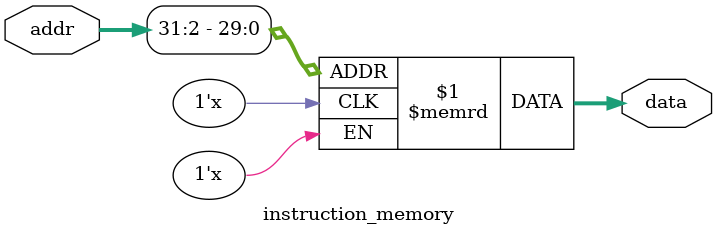
<source format=v>
module instruction_memory #(
    parameter DEPTH = 256
) (
    input  wire [31:0] addr,
    output wire [31:0] data
);
    reg [31:0] mem[0:DEPTH-1];

    assign data = mem[addr[31:2]];

    // Synthesis-friendly memories do not require initialization, but testbenches
    // can seed program contents using the helper tasks below.
    task load_mem;
        input [1023:0] filename;
        begin
            $readmemh(filename, mem);
        end
    endtask

    task write_word;
        input [31:0] addr_in;
        input [31:0] value;
        begin
            mem[addr_in[31:2]] = value;
        end
    endtask
endmodule

</source>
